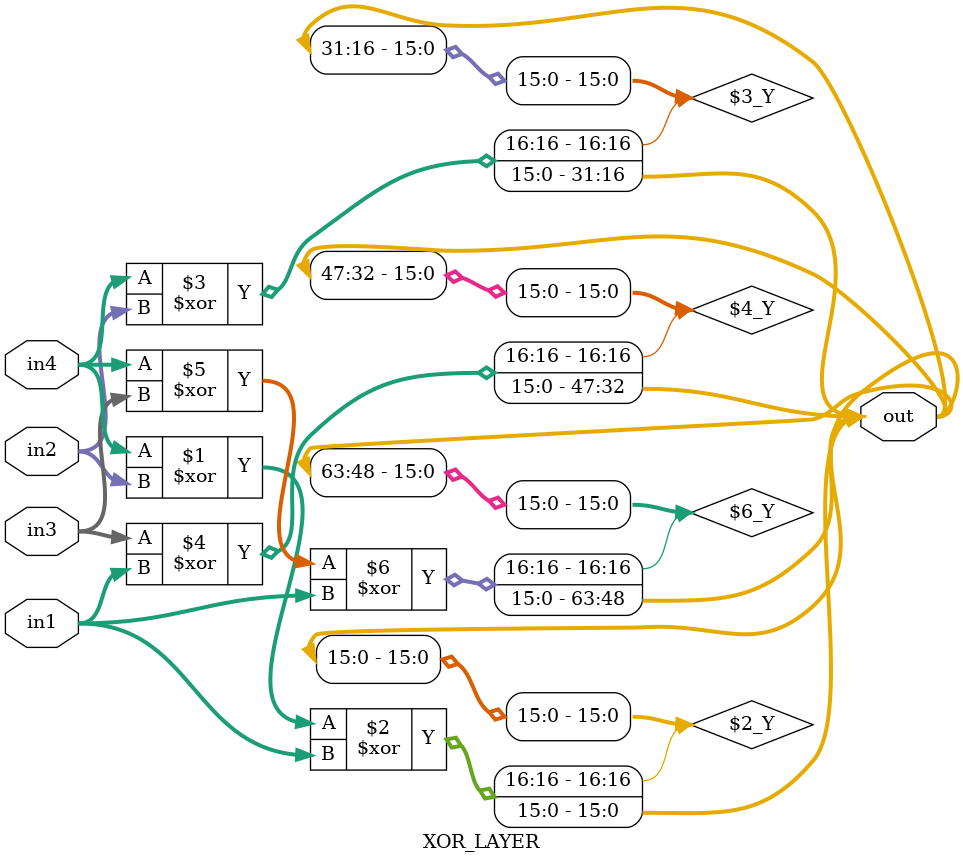
<source format=v>
module question1a(input [63:0] in,
                 input [63:0] key,
                 output [63:0] out
    );
wire [63:0] step1;
wire [3:0] S1,S2,S3,S4,S5,S6,S7,S8,S9,S10,S11,S12,S13,S14,S15,S16;
wire [3:0] Block1_1,Block1_2,Block1_3,Block1_4;
wire [3:0] Block2_1,Block2_2,Block2_3,Block2_4;
wire [3:0] Block3_1,Block3_2,Block3_3,Block3_4;
wire [3:0] Block4_1,Block4_2,Block4_3,Block4_4;
wire [15:0] BLOCK1_OUT,BLOCK1_OKAY;
wire [15:0] BLOCK2_OUT,BLOCK2_OKAY;
wire [15:0] BLOCK3_OUT,BLOCK3_OKAY;
wire [15:0] BLOCK4_OUT,BLOCK4_OKAY;
ADD_ROUND_KEY u1(.in(in),.key(key),.out(step1));
SBOX_Layer_64to4 u2(.in(step1),.S1(S1),.S2(S2),.S3(S3),.S4(S4),.S5(S5),.S6(S6),.S7(S7),.S8(S8),.S9(S9),.S10(S10),.S11(S11),.S12(S12),.S13(S13),.S14(S14),.S15(S15),.S16(S16)); 
SBOX_LAYER SBOX1_1(.in(S1),.out(Block1_1));
SBOX_LAYER SBOX1_2(.in(S2),.out(Block1_2));
SBOX_LAYER SBOX1_3(.in(S3),.out(Block1_3));
SBOX_LAYER SBOX1_4(.in(S4),.out(Block1_4));
SBOX_LAYER SBOX2_1(.in(S5),.out(Block2_1));
SBOX_LAYER SBOX2_2(.in(S6),.out(Block2_2));
SBOX_LAYER SBOX2_3(.in(S7),.out(Block2_3));
SBOX_LAYER SBOX2_4(.in(S8),.out(Block2_4));
SBOX_LAYER SBOX3_1(.in(S9),.out(Block3_1));
SBOX_LAYER SBOX3_2(.in(S10),.out(Block3_2));
SBOX_LAYER SBOX3_3(.in(S11),.out(Block3_3));
SBOX_LAYER SBOX3_4(.in(S12),.out(Block3_4));
SBOX_LAYER SBOX4_1(.in(S13),.out(Block4_1));
SBOX_LAYER SBOX4_2(.in(S14),.out(Block4_2));
SBOX_LAYER SBOX4_3(.in(S15),.out(Block4_3));
SBOX_LAYER SBOX4_4(.in(S16),.out(Block4_4));
BLOCK_SHUFFLE BLCK1(.in0(Block1_1),.in1(Block1_2),.in2(Block1_3),.in3(Block1_4),.out(BLOCK1_OUT));
BLOCK_SHUFFLE BLCK2(.in0(Block2_1),.in1(Block2_2),.in2(Block2_3),.in3(Block2_4),.out(BLOCK2_OUT));
BLOCK_SHUFFLE BLCK3(.in0(Block3_1),.in1(Block3_2),.in2(Block3_3),.in3(Block3_4),.out(BLOCK3_OUT));
BLOCK_SHUFFLE BLCK4(.in0(Block4_1),.in1(Block4_2),.in2(Block4_3),.in3(Block4_4),.out(BLOCK4_OUT));
ROUND_Permutation1 SHIFT1(.in(BLOCK1_OUT),.out(BLOCK1_OKAY));
ROUND_Permutation4 SHIFT4(.in(BLOCK2_OUT),.out(BLOCK2_OKAY));
ROUND_Permutation7 SHIFT7(.in(BLOCK3_OUT),.out(BLOCK3_OKAY));
ROUND_Permutation9 SHIFT9(.in(BLOCK4_OUT),.out(BLOCK4_OKAY));
XOR_LAYER ENDED(.in1(BLOCK1_OKAY),.in2(BLOCK2_OKAY), .in3(BLOCK3_OKAY), .in4(BLOCK4_OKAY),.out(out));
endmodule

//---------------------------------------//
//          ADD ROUND KEY               //
//--------------------------------------//

module ADD_ROUND_KEY(input [63:0] in,
                     input [63:0] key,
                     output [63:0] out);
assign out = key^in;
endmodule


//---------------------------------------//
//          SBOX_Layer_64to4            //
//--------------------------------------//
module SBOX_Layer_64to4(input[63:0] in,
                        output [3:0] S1,S2,S3,S4,S5,S6,S7,S8,S9,S10,S11,S12,S13,S14,S15,S16);             
assign S1 = in[3:0];
assign S2 = in[7:4];
assign S3 = in[11:8];
assign S4 = in[15:12];
assign S5 = in[19:16];
assign S6 = in[23:20];
assign S7 = in[27:24];
assign S8 = in[31:28];
assign S9 = in[35:32];
assign S10 = in[39:36];
assign S11 = in[43:40];
assign S12 = in[47:44];
assign S13 = in[51:48];
assign S14 = in[55:52];
assign S15 = in[59:56];
assign S16  = in[63:60];
endmodule

//---------------------------------------//
//          SBOX_Layer                  //
//--------------------------------------//
module SBOX_LAYER(
input [3:0] in,
output [3:0] out

);
assign out[0] = (!in[3]&!in[2]&in[1]) || (!in[2]&in[1]&in[0]) | (!in[3]&in[2]&!in[1]) | (in[2]&!in[1]&in[0]) | (in[3]&!in[2]&!in[1]&!in[0]) | (in[3]&in[2]&in[1]&!in[0]);
assign out[1] = (!in[3]&!in[2]&!in[0]) | (!in[3]&!in[1]&!in[0]) | (in[2]&in[1]&in[0])| (in[3]&!in[2]&in[0]) | (in[3]&in[2]&in[1]);
assign out[2] =(!in[3]&!in[2]&!in[1]) | (!in[2]&!in[1]&!in[0]) | (!in[3]&in[2]&!in[0]) | (in[3]&in[1]&in[0]) | (in[3]&in[2]&in[0]);
assign out[3] =(!in[3]&!in[2]&!in[0]) | (!in[3]&in[1]&!in[0]) | (!in[3]&in[2]&in[0]) | (in[3]&!in[1]&!in[0]) | (in[3]&!in[2]&in[1]&in[0]);
endmodule

//---------------------------------------//
//          Block Shuffle               //
//--------------------------------------//
module BLOCK_SHUFFLE(
input [3:0] in0,in1,in2,in3,
output [15:0] out);
wire [3:0] P0,P1,P2,P3;
assign P0 = in0[3:0];
assign P1 = in1[3:0];
assign P2 = in2[3:0];
assign P3 = in3[3:0];
assign out[3:0] = P2;
assign out[7:4] = P3;
assign out[11:8] = P0;
assign out[15:12] = P1;
endmodule

//---------------------------------------//
//          Round Permutation            //
//--------------------------------------//


module ROUND_Permutation1(input [15:0] in,
                         output [15:0] out);
                         wire [15:0] Block1;
                                    assign Block1 = in[15:0];
                                    assign out[0] = Block1[15];
                                    assign out[15:1] = Block1[14:0];
endmodule

//-//
module ROUND_Permutation4(input [15:0] in,
                         output [15:0] out);
wire [15:0] Block2;
assign Block2 = in[15:0];
assign out[3:0] = Block2[15:12];
assign out[15:4] = Block2[11:0];
endmodule


//-//
module ROUND_Permutation7(input [15:0] in,
                         output [15:0] out);
wire [15:0] Block3;
assign Block3 = in[15:0];
assign out[6:0] = Block3[15:9];
assign out[15:7] = Block3[8:0];
endmodule
module ROUND_Permutation9(input [15:0] in,
                         output [15:0] out);
wire [15:0] Block4;
assign Block4 = in[15:0];
assign out[8:0] = Block4[15:7];
assign out[15:9] = Block4[6:0];
endmodule

//---------------------------------------//
//                  XOR                 //
//--------------------------------------//

module XOR_LAYER(input [16:0] in1,in2,in3,in4,
                 output [63:0] out);
assign out[15:0] = in4^in2^in1;
assign out[31:16] = in4^in2;
assign out[47:32] = in3^in1;
assign out[63:48] = in4^in3^in1;
                 endmodule
                 
                 
    
                
</source>
